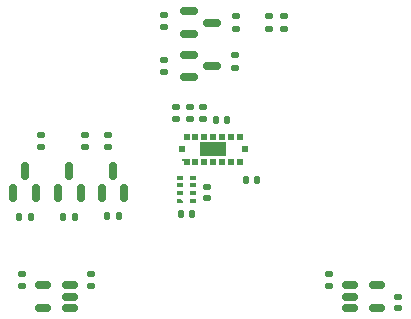
<source format=gbr>
%TF.GenerationSoftware,KiCad,Pcbnew,7.0.7*%
%TF.CreationDate,2023-11-09T15:37:00-05:00*%
%TF.ProjectId,Occupancy_Sensor-A,4f636375-7061-46e6-9379-5f53656e736f,rev?*%
%TF.SameCoordinates,Original*%
%TF.FileFunction,Paste,Bot*%
%TF.FilePolarity,Positive*%
%FSLAX46Y46*%
G04 Gerber Fmt 4.6, Leading zero omitted, Abs format (unit mm)*
G04 Created by KiCad (PCBNEW 7.0.7) date 2023-11-09 15:37:00*
%MOMM*%
%LPD*%
G01*
G04 APERTURE LIST*
G04 Aperture macros list*
%AMRoundRect*
0 Rectangle with rounded corners*
0 $1 Rounding radius*
0 $2 $3 $4 $5 $6 $7 $8 $9 X,Y pos of 4 corners*
0 Add a 4 corners polygon primitive as box body*
4,1,4,$2,$3,$4,$5,$6,$7,$8,$9,$2,$3,0*
0 Add four circle primitives for the rounded corners*
1,1,$1+$1,$2,$3*
1,1,$1+$1,$4,$5*
1,1,$1+$1,$6,$7*
1,1,$1+$1,$8,$9*
0 Add four rect primitives between the rounded corners*
20,1,$1+$1,$2,$3,$4,$5,0*
20,1,$1+$1,$4,$5,$6,$7,0*
20,1,$1+$1,$6,$7,$8,$9,0*
20,1,$1+$1,$8,$9,$2,$3,0*%
%AMOutline5P*
0 Free polygon, 5 corners , with rotation*
0 The origin of the aperture is its center*
0 number of corners: always 5*
0 $1 to $10 corner X, Y*
0 $11 Rotation angle, in degrees counterclockwise*
0 create outline with 5 corners*
4,1,5,$1,$2,$3,$4,$5,$6,$7,$8,$9,$10,$1,$2,$11*%
%AMOutline6P*
0 Free polygon, 6 corners , with rotation*
0 The origin of the aperture is its center*
0 number of corners: always 6*
0 $1 to $12 corner X, Y*
0 $13 Rotation angle, in degrees counterclockwise*
0 create outline with 6 corners*
4,1,6,$1,$2,$3,$4,$5,$6,$7,$8,$9,$10,$11,$12,$1,$2,$13*%
%AMOutline7P*
0 Free polygon, 7 corners , with rotation*
0 The origin of the aperture is its center*
0 number of corners: always 7*
0 $1 to $14 corner X, Y*
0 $15 Rotation angle, in degrees counterclockwise*
0 create outline with 7 corners*
4,1,7,$1,$2,$3,$4,$5,$6,$7,$8,$9,$10,$11,$12,$13,$14,$1,$2,$15*%
%AMOutline8P*
0 Free polygon, 8 corners , with rotation*
0 The origin of the aperture is its center*
0 number of corners: always 8*
0 $1 to $16 corner X, Y*
0 $17 Rotation angle, in degrees counterclockwise*
0 create outline with 8 corners*
4,1,8,$1,$2,$3,$4,$5,$6,$7,$8,$9,$10,$11,$12,$13,$14,$15,$16,$1,$2,$17*%
%AMFreePoly0*
4,1,9,0.200000,-0.057500,0.300000,-0.057500,0.300000,-0.257500,0.100000,-0.257500,-0.100000,-0.257500,-0.300000,-0.257500,-0.300000,0.257500,0.200000,0.257500,0.200000,-0.057500,0.200000,-0.057500,$1*%
G04 Aperture macros list end*
%ADD10RoundRect,0.135000X0.185000X-0.135000X0.185000X0.135000X-0.185000X0.135000X-0.185000X-0.135000X0*%
%ADD11RoundRect,0.140000X0.170000X-0.140000X0.170000X0.140000X-0.170000X0.140000X-0.170000X-0.140000X0*%
%ADD12RoundRect,0.140000X-0.140000X-0.170000X0.140000X-0.170000X0.140000X0.170000X-0.140000X0.170000X0*%
%ADD13RoundRect,0.135000X0.135000X0.185000X-0.135000X0.185000X-0.135000X-0.185000X0.135000X-0.185000X0*%
%ADD14RoundRect,0.150000X0.150000X-0.587500X0.150000X0.587500X-0.150000X0.587500X-0.150000X-0.587500X0*%
%ADD15RoundRect,0.150000X-0.512500X-0.150000X0.512500X-0.150000X0.512500X0.150000X-0.512500X0.150000X0*%
%ADD16RoundRect,0.150000X-0.587500X-0.150000X0.587500X-0.150000X0.587500X0.150000X-0.587500X0.150000X0*%
%ADD17RoundRect,0.135000X-0.185000X0.135000X-0.185000X-0.135000X0.185000X-0.135000X0.185000X0.135000X0*%
%ADD18RoundRect,0.140000X-0.170000X0.140000X-0.170000X-0.140000X0.170000X-0.140000X0.170000X0.140000X0*%
%ADD19FreePoly0,180.000000*%
%ADD20R,0.500000X0.515000*%
%ADD21R,0.535000X0.500000*%
%ADD22R,2.316000X1.200000*%
%ADD23RoundRect,0.150000X0.512500X0.150000X-0.512500X0.150000X-0.512500X-0.150000X0.512500X-0.150000X0*%
%ADD24Outline5P,-0.250000X0.175000X0.075000X0.175000X0.250000X0.000000X0.250000X-0.175000X-0.250000X-0.175000X0.000000*%
%ADD25R,0.500000X0.350000*%
%ADD26RoundRect,0.140000X0.140000X0.170000X-0.140000X0.170000X-0.140000X-0.170000X0.140000X-0.170000X0*%
G04 APERTURE END LIST*
D10*
%TO.C,R3*%
X145120000Y-110910000D03*
X145120000Y-109890000D03*
%TD*%
D11*
%TO.C,C5*%
X132100000Y-124980000D03*
X132100000Y-124020000D03*
%TD*%
D12*
%TO.C,C1*%
X148520000Y-110915000D03*
X149480000Y-110915000D03*
%TD*%
%TO.C,C8*%
X145540000Y-118915000D03*
X146500000Y-118915000D03*
%TD*%
D13*
%TO.C,R14*%
X140310000Y-119100000D03*
X139290000Y-119100000D03*
%TD*%
D14*
%TO.C,Q3*%
X140750000Y-117137500D03*
X138850000Y-117137500D03*
X139800000Y-115262500D03*
%TD*%
D10*
%TO.C,R5*%
X146320000Y-110910000D03*
X146320000Y-109890000D03*
%TD*%
D15*
%TO.C,U4*%
X159862500Y-126850000D03*
X159862500Y-125900000D03*
X159862500Y-124950000D03*
X162137500Y-124950000D03*
X162137500Y-126850000D03*
%TD*%
D11*
%TO.C,C6*%
X158100000Y-124980000D03*
X158100000Y-124020000D03*
%TD*%
%TO.C,C7*%
X163900000Y-126880000D03*
X163900000Y-125920000D03*
%TD*%
D16*
%TO.C,Q1*%
X146262500Y-103650000D03*
X146262500Y-101750000D03*
X148137500Y-102700000D03*
%TD*%
D17*
%TO.C,R12*%
X154300000Y-102190000D03*
X154300000Y-103210000D03*
%TD*%
D14*
%TO.C,Q4*%
X137050000Y-117125000D03*
X135150000Y-117125000D03*
X136100000Y-115250000D03*
%TD*%
D10*
%TO.C,R10*%
X150137500Y-106510000D03*
X150137500Y-105490000D03*
%TD*%
D13*
%TO.C,R16*%
X136610000Y-119187500D03*
X135590000Y-119187500D03*
%TD*%
D18*
%TO.C,C4*%
X147750000Y-116635000D03*
X147750000Y-117595000D03*
%TD*%
D17*
%TO.C,R20*%
X133700000Y-112190000D03*
X133700000Y-113210000D03*
%TD*%
D19*
%TO.C,U2*%
X145965000Y-114472500D03*
D20*
X146765000Y-114472500D03*
X147515000Y-114472500D03*
X148265000Y-114472500D03*
X149015000Y-114472500D03*
X149765000Y-114472500D03*
X150515000Y-114472500D03*
D21*
X145597500Y-113415000D03*
D22*
X148265000Y-113415000D03*
D21*
X150932500Y-113415000D03*
D20*
X146015000Y-112357500D03*
X146765000Y-112357500D03*
X147515000Y-112357500D03*
X148265000Y-112357500D03*
X149015000Y-112357500D03*
X149765000Y-112357500D03*
X150515000Y-112357500D03*
%TD*%
D17*
%TO.C,R4*%
X147420000Y-109890000D03*
X147420000Y-110910000D03*
%TD*%
D16*
%TO.C,Q2*%
X146262500Y-107350000D03*
X146262500Y-105450000D03*
X148137500Y-106400000D03*
%TD*%
D23*
%TO.C,U1*%
X136137500Y-124950000D03*
X136137500Y-125900000D03*
X136137500Y-126850000D03*
X133862500Y-126850000D03*
X133862500Y-124950000D03*
%TD*%
D24*
%TO.C,U5*%
X145450000Y-117775000D03*
D25*
X145450000Y-117135000D03*
X145450000Y-116495000D03*
X145450000Y-115855000D03*
X146550000Y-115855000D03*
X146550000Y-116495000D03*
X146550000Y-117135000D03*
X146550000Y-117775000D03*
%TD*%
D26*
%TO.C,C2*%
X151980000Y-116000000D03*
X151020000Y-116000000D03*
%TD*%
D11*
%TO.C,C3*%
X137900000Y-124980000D03*
X137900000Y-124020000D03*
%TD*%
D17*
%TO.C,R17*%
X139400000Y-112190000D03*
X139400000Y-113210000D03*
%TD*%
D10*
%TO.C,R6*%
X144100000Y-103110000D03*
X144100000Y-102090000D03*
%TD*%
D14*
%TO.C,Q7*%
X133250000Y-117137500D03*
X131350000Y-117137500D03*
X132300000Y-115262500D03*
%TD*%
D13*
%TO.C,R19*%
X132860000Y-119187500D03*
X131840000Y-119187500D03*
%TD*%
D10*
%TO.C,R11*%
X153000000Y-103210000D03*
X153000000Y-102190000D03*
%TD*%
%TO.C,R7*%
X144137500Y-106910000D03*
X144137500Y-105890000D03*
%TD*%
D17*
%TO.C,R9*%
X150200000Y-102190000D03*
X150200000Y-103210000D03*
%TD*%
D10*
%TO.C,R18*%
X137400000Y-113210000D03*
X137400000Y-112190000D03*
%TD*%
M02*

</source>
